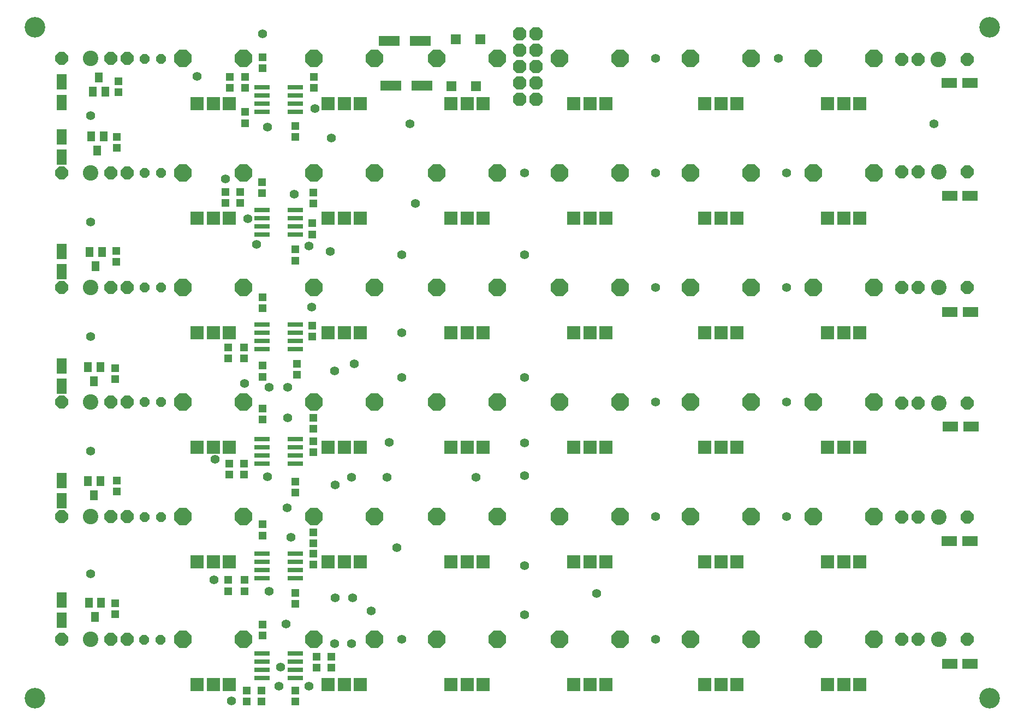
<source format=gbs>
G75*
%MOIN*%
%OFA0B0*%
%FSLAX25Y25*%
%IPPOS*%
%LPD*%
%AMOC8*
5,1,8,0,0,1.08239X$1,22.5*
%
%ADD10C,0.12611*%
%ADD11OC8,0.07800*%
%ADD12C,0.09461*%
%ADD13R,0.04737X0.05131*%
%ADD14R,0.06312X0.09461*%
%ADD15R,0.09461X0.03162*%
%ADD16OC8,0.06000*%
%ADD17R,0.04737X0.06312*%
%ADD18R,0.05131X0.04737*%
%ADD19R,0.08200X0.08200*%
%ADD20OC8,0.10800*%
%ADD21R,0.09461X0.06312*%
%ADD22R,0.06312X0.06312*%
%ADD23OC8,0.08200*%
%ADD24R,0.12611X0.06312*%
%ADD25C,0.05550*%
D10*
X0018300Y0019831D03*
X0018300Y0429800D03*
X0601300Y0429800D03*
X0601300Y0019831D03*
D11*
X0587931Y0055799D03*
X0557931Y0055799D03*
X0547931Y0055799D03*
X0547931Y0130568D03*
X0557931Y0130568D03*
X0587931Y0130568D03*
X0587804Y0200356D03*
X0557804Y0200356D03*
X0547804Y0200356D03*
X0547804Y0271033D03*
X0557804Y0271033D03*
X0587804Y0271033D03*
X0587804Y0341583D03*
X0557804Y0341583D03*
X0547804Y0341583D03*
X0547648Y0410431D03*
X0557648Y0410431D03*
X0587648Y0410431D03*
X0074800Y0410800D03*
X0064800Y0410800D03*
X0034800Y0410800D03*
X0034800Y0340800D03*
X0064800Y0340800D03*
X0074800Y0340800D03*
X0074800Y0270800D03*
X0064800Y0270800D03*
X0034800Y0270800D03*
X0034800Y0200800D03*
X0064800Y0200800D03*
X0074800Y0200800D03*
X0074800Y0130800D03*
X0064800Y0130800D03*
X0034800Y0130800D03*
X0034800Y0055800D03*
X0064800Y0055800D03*
X0074800Y0055800D03*
D12*
X0052300Y0055800D03*
X0052300Y0130800D03*
X0052300Y0200800D03*
X0052300Y0270800D03*
X0052300Y0340800D03*
X0052300Y0410800D03*
X0570148Y0410431D03*
X0570304Y0341583D03*
X0570304Y0271033D03*
X0570304Y0200356D03*
X0570431Y0130568D03*
X0570431Y0055799D03*
D13*
X0177550Y0077704D03*
X0177550Y0084396D03*
X0157300Y0064896D03*
X0157300Y0058204D03*
X0136550Y0085454D03*
X0136550Y0092146D03*
X0157300Y0119454D03*
X0157300Y0126146D03*
X0177300Y0145704D03*
X0177300Y0152396D03*
X0137050Y0156704D03*
X0137050Y0163396D03*
X0157300Y0190204D03*
X0157300Y0196896D03*
X0178300Y0217704D03*
X0178300Y0224396D03*
X0136550Y0227704D03*
X0136550Y0234396D03*
X0157300Y0258204D03*
X0157300Y0264896D03*
X0177300Y0287454D03*
X0177300Y0294146D03*
X0143800Y0322704D03*
X0143800Y0329396D03*
X0157050Y0328704D03*
X0157050Y0335396D03*
X0177300Y0362954D03*
X0177300Y0369646D03*
X0146800Y0392954D03*
X0146800Y0399646D03*
X0157300Y0404954D03*
X0157300Y0411646D03*
X0147800Y0024646D03*
X0147800Y0017954D03*
X0177300Y0017954D03*
X0177300Y0024646D03*
D14*
X0034800Y0067501D03*
X0034800Y0080099D03*
X0034800Y0140501D03*
X0034800Y0153099D03*
X0034800Y0210501D03*
X0034800Y0223099D03*
X0034800Y0280501D03*
X0034800Y0293099D03*
X0034800Y0350501D03*
X0034800Y0363099D03*
X0034800Y0384001D03*
X0034800Y0396599D03*
D15*
X0157064Y0393300D03*
X0157064Y0388300D03*
X0157064Y0383300D03*
X0157064Y0378300D03*
X0177536Y0378300D03*
X0177536Y0383300D03*
X0177536Y0388300D03*
X0177536Y0393300D03*
X0177536Y0318300D03*
X0177536Y0313300D03*
X0177536Y0308300D03*
X0177536Y0303300D03*
X0157064Y0303300D03*
X0157064Y0308300D03*
X0157064Y0313300D03*
X0157064Y0318300D03*
X0157064Y0248300D03*
X0157064Y0243300D03*
X0157064Y0238300D03*
X0157064Y0233300D03*
X0177536Y0233300D03*
X0177536Y0238300D03*
X0177536Y0243300D03*
X0177536Y0248300D03*
X0177536Y0178300D03*
X0177536Y0173300D03*
X0177536Y0168300D03*
X0177536Y0163300D03*
X0157064Y0163300D03*
X0157064Y0168300D03*
X0157064Y0173300D03*
X0157064Y0178300D03*
X0157064Y0108300D03*
X0157064Y0103300D03*
X0157064Y0098300D03*
X0157064Y0093300D03*
X0177536Y0093300D03*
X0177536Y0098300D03*
X0177536Y0103300D03*
X0177536Y0108300D03*
X0177536Y0047300D03*
X0177536Y0042300D03*
X0177536Y0037300D03*
X0177536Y0032300D03*
X0157064Y0032300D03*
X0157064Y0037300D03*
X0157064Y0042300D03*
X0157064Y0047300D03*
D16*
X0095250Y0055750D03*
X0085250Y0055750D03*
X0085300Y0130750D03*
X0095300Y0130750D03*
X0095300Y0200850D03*
X0085300Y0200850D03*
X0085300Y0270850D03*
X0095300Y0270850D03*
X0095350Y0340850D03*
X0085350Y0340850D03*
X0085300Y0410750D03*
X0095300Y0410750D03*
D17*
X0057550Y0399131D03*
X0053810Y0390469D03*
X0061290Y0390469D03*
X0060290Y0363131D03*
X0052810Y0363131D03*
X0056550Y0354469D03*
X0059290Y0292631D03*
X0051810Y0292631D03*
X0055550Y0283969D03*
X0058290Y0222381D03*
X0050810Y0222381D03*
X0054550Y0213719D03*
X0050810Y0152631D03*
X0058290Y0152631D03*
X0054550Y0143969D03*
X0051310Y0078131D03*
X0058790Y0078131D03*
X0055050Y0069469D03*
D18*
X0067300Y0071204D03*
X0067300Y0077896D03*
X0146550Y0085454D03*
X0146550Y0092146D03*
X0188300Y0101704D03*
X0188300Y0108396D03*
X0188300Y0114704D03*
X0188300Y0121396D03*
X0146050Y0156704D03*
X0146050Y0163396D03*
X0188300Y0170204D03*
X0188300Y0176896D03*
X0188300Y0184704D03*
X0188300Y0191396D03*
X0157300Y0216454D03*
X0157300Y0223146D03*
X0146050Y0227704D03*
X0146050Y0234396D03*
X0187800Y0240954D03*
X0187800Y0247646D03*
X0187800Y0303454D03*
X0187800Y0310146D03*
X0188300Y0322204D03*
X0188300Y0328896D03*
X0134800Y0329396D03*
X0134800Y0322704D03*
X0068050Y0293396D03*
X0068050Y0286704D03*
X0067300Y0221646D03*
X0067300Y0214954D03*
X0068550Y0152896D03*
X0068550Y0146204D03*
X0190300Y0045396D03*
X0190300Y0038704D03*
X0199300Y0038704D03*
X0199300Y0045396D03*
X0156800Y0024646D03*
X0156800Y0017954D03*
X0068550Y0356204D03*
X0068550Y0362896D03*
X0069300Y0390204D03*
X0069300Y0396896D03*
X0137300Y0399646D03*
X0137300Y0392954D03*
X0146800Y0378146D03*
X0146800Y0371454D03*
X0188800Y0392954D03*
X0188800Y0399646D03*
D19*
X0197457Y0383241D03*
X0207300Y0383241D03*
X0217143Y0383241D03*
X0272457Y0383241D03*
X0282300Y0383241D03*
X0292143Y0383241D03*
X0347457Y0383241D03*
X0357300Y0383241D03*
X0367143Y0383241D03*
X0427457Y0383241D03*
X0437300Y0383241D03*
X0447143Y0383241D03*
X0502457Y0383241D03*
X0512300Y0383241D03*
X0522143Y0383241D03*
X0522143Y0313241D03*
X0512300Y0313241D03*
X0502457Y0313241D03*
X0447143Y0313241D03*
X0437300Y0313241D03*
X0427457Y0313241D03*
X0367143Y0313241D03*
X0357300Y0313241D03*
X0347457Y0313241D03*
X0292143Y0313241D03*
X0282300Y0313241D03*
X0272457Y0313241D03*
X0217143Y0313241D03*
X0207300Y0313241D03*
X0197457Y0313241D03*
X0137143Y0313241D03*
X0127300Y0313241D03*
X0117457Y0313241D03*
X0117457Y0243241D03*
X0127300Y0243241D03*
X0137143Y0243241D03*
X0197457Y0243241D03*
X0207300Y0243241D03*
X0217143Y0243241D03*
X0272457Y0243241D03*
X0282300Y0243241D03*
X0292143Y0243241D03*
X0347457Y0243241D03*
X0357300Y0243241D03*
X0367143Y0243241D03*
X0427457Y0243241D03*
X0437300Y0243241D03*
X0447143Y0243241D03*
X0502457Y0243241D03*
X0512300Y0243241D03*
X0522143Y0243241D03*
X0522143Y0173241D03*
X0512300Y0173241D03*
X0502457Y0173241D03*
X0447143Y0173241D03*
X0437300Y0173241D03*
X0427457Y0173241D03*
X0367143Y0173241D03*
X0357300Y0173241D03*
X0347457Y0173241D03*
X0292143Y0173241D03*
X0282300Y0173241D03*
X0272457Y0173241D03*
X0217143Y0173241D03*
X0207300Y0173241D03*
X0197457Y0173241D03*
X0137143Y0173241D03*
X0127300Y0173241D03*
X0117457Y0173241D03*
X0117457Y0103241D03*
X0127300Y0103241D03*
X0137143Y0103241D03*
X0197457Y0103241D03*
X0207300Y0103241D03*
X0217143Y0103241D03*
X0272457Y0103241D03*
X0282300Y0103241D03*
X0292143Y0103241D03*
X0347457Y0103241D03*
X0357300Y0103241D03*
X0367143Y0103241D03*
X0427457Y0103241D03*
X0437300Y0103241D03*
X0447143Y0103241D03*
X0502457Y0103241D03*
X0512300Y0103241D03*
X0522143Y0103241D03*
X0522143Y0028241D03*
X0512300Y0028241D03*
X0502457Y0028241D03*
X0447143Y0028241D03*
X0437300Y0028241D03*
X0427457Y0028241D03*
X0367143Y0028241D03*
X0357300Y0028241D03*
X0347457Y0028241D03*
X0292143Y0028241D03*
X0282300Y0028241D03*
X0272457Y0028241D03*
X0217143Y0028241D03*
X0207300Y0028241D03*
X0197457Y0028241D03*
X0137143Y0028241D03*
X0127300Y0028241D03*
X0117457Y0028241D03*
X0117457Y0383241D03*
X0127300Y0383241D03*
X0137143Y0383241D03*
D20*
X0145804Y0410800D03*
X0108796Y0410800D03*
X0188796Y0410800D03*
X0225804Y0410800D03*
X0263796Y0410800D03*
X0300804Y0410800D03*
X0338796Y0410800D03*
X0375804Y0410800D03*
X0418796Y0410800D03*
X0455804Y0410800D03*
X0493796Y0410800D03*
X0530804Y0410800D03*
X0530804Y0340800D03*
X0493796Y0340800D03*
X0455804Y0340800D03*
X0418796Y0340800D03*
X0375804Y0340800D03*
X0338796Y0340800D03*
X0300804Y0340800D03*
X0263796Y0340800D03*
X0225804Y0340800D03*
X0188796Y0340800D03*
X0145804Y0340800D03*
X0108796Y0340800D03*
X0108796Y0270800D03*
X0145804Y0270800D03*
X0188796Y0270800D03*
X0225804Y0270800D03*
X0263796Y0270800D03*
X0300804Y0270800D03*
X0338796Y0270800D03*
X0375804Y0270800D03*
X0418796Y0270800D03*
X0455804Y0270800D03*
X0493796Y0270800D03*
X0530804Y0270800D03*
X0530804Y0200800D03*
X0493796Y0200800D03*
X0455804Y0200800D03*
X0418796Y0200800D03*
X0375804Y0200800D03*
X0338796Y0200800D03*
X0300804Y0200800D03*
X0263796Y0200800D03*
X0225804Y0200800D03*
X0188796Y0200800D03*
X0145804Y0200800D03*
X0108796Y0200800D03*
X0108796Y0130800D03*
X0145804Y0130800D03*
X0188796Y0130800D03*
X0225804Y0130800D03*
X0263796Y0130800D03*
X0300804Y0130800D03*
X0338796Y0130800D03*
X0375804Y0130800D03*
X0418796Y0130800D03*
X0455804Y0130800D03*
X0493796Y0130800D03*
X0530804Y0130800D03*
X0530804Y0055800D03*
X0493796Y0055800D03*
X0455804Y0055800D03*
X0418796Y0055800D03*
X0375804Y0055800D03*
X0338796Y0055800D03*
X0300804Y0055800D03*
X0263796Y0055800D03*
X0225804Y0055800D03*
X0188796Y0055800D03*
X0145804Y0055800D03*
X0108796Y0055800D03*
D21*
X0577001Y0040800D03*
X0589599Y0040800D03*
X0589349Y0115800D03*
X0576751Y0115800D03*
X0577501Y0185800D03*
X0590099Y0185800D03*
X0589849Y0255800D03*
X0577251Y0255800D03*
X0577001Y0326800D03*
X0589599Y0326800D03*
X0589349Y0395800D03*
X0576751Y0395800D03*
D22*
X0290280Y0422550D03*
X0275320Y0422550D03*
X0272820Y0394050D03*
X0287780Y0394050D03*
D23*
X0314439Y0395902D03*
X0314439Y0405902D03*
X0314439Y0415902D03*
X0314439Y0425902D03*
X0324439Y0425902D03*
X0324439Y0415902D03*
X0324439Y0405902D03*
X0324439Y0395902D03*
X0324439Y0385902D03*
X0314439Y0385902D03*
D24*
X0254749Y0394300D03*
X0235851Y0394300D03*
X0234851Y0421550D03*
X0253749Y0421550D03*
D25*
X0247300Y0370800D03*
X0199300Y0362300D03*
X0189300Y0380300D03*
X0160300Y0368800D03*
X0134800Y0337300D03*
X0148300Y0312800D03*
X0153800Y0297300D03*
X0185800Y0296300D03*
X0198800Y0292800D03*
X0242300Y0290800D03*
X0250800Y0322300D03*
X0317300Y0340800D03*
X0317300Y0290800D03*
X0242300Y0243300D03*
X0213300Y0224300D03*
X0201300Y0219800D03*
X0172800Y0209800D03*
X0161300Y0209800D03*
X0146300Y0212300D03*
X0172800Y0191300D03*
X0128300Y0165800D03*
X0160300Y0155300D03*
X0172300Y0136300D03*
X0174800Y0118300D03*
X0161300Y0085300D03*
X0171800Y0065300D03*
X0201300Y0053300D03*
X0211800Y0053300D03*
X0223800Y0073300D03*
X0212300Y0081300D03*
X0201800Y0081300D03*
X0239300Y0111800D03*
X0201800Y0150300D03*
X0211800Y0154800D03*
X0233300Y0154800D03*
X0234800Y0176300D03*
X0287800Y0154800D03*
X0317300Y0155800D03*
X0317300Y0175800D03*
X0317300Y0215800D03*
X0242300Y0215800D03*
X0187300Y0258800D03*
X0176800Y0327800D03*
X0117300Y0399800D03*
X0157300Y0425800D03*
X0052300Y0375800D03*
X0052300Y0310800D03*
X0052300Y0240800D03*
X0052300Y0170800D03*
X0052300Y0095800D03*
X0127800Y0092300D03*
X0168300Y0038800D03*
X0167300Y0027300D03*
X0185800Y0027300D03*
X0138300Y0018300D03*
X0242300Y0055800D03*
X0317300Y0070800D03*
X0317300Y0100800D03*
X0361300Y0083800D03*
X0397300Y0055800D03*
X0397300Y0130800D03*
X0477300Y0130800D03*
X0477300Y0200800D03*
X0397300Y0200800D03*
X0397300Y0270800D03*
X0477300Y0270800D03*
X0477300Y0340800D03*
X0397300Y0340800D03*
X0397300Y0410800D03*
X0472300Y0410800D03*
X0567300Y0370800D03*
M02*

</source>
